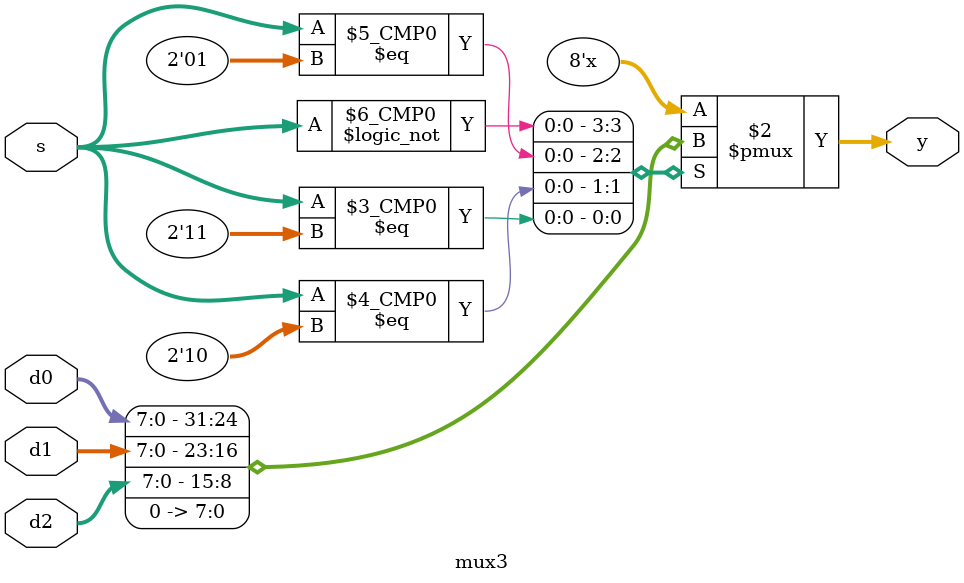
<source format=v>
`timescale 1ns/1ps
`define mydelay 1


`define REGFILE_FF
`ifdef REGFILE_FF

module regfile(input             clk, 
               input             we, 
               input      [4:0]  ra1, ra2, wa, 
               input      [31:0] wd, 
               output reg [31:0] rd1, rd2);

	reg [31:0] R1;
	reg [31:0] R2;
	reg [31:0] R3;
	reg [31:0] R4;
	reg [31:0] R5;
	reg [31:0] R6;
	reg [31:0] R7;
	reg [31:0] R8;
	reg [31:0] R9;
	reg [31:0] R10;
	reg [31:0] R11;
	reg [31:0] R12;
	reg [31:0] R13;
	reg [31:0] R14;
	reg [31:0] R15;
	reg [31:0] R16;
	reg [31:0] R17;
	reg [31:0] R18;
	reg [31:0] R19;
	reg [31:0] R20;
	reg [31:0] R21;
	reg [31:0] R22;
	reg [31:0] R23;
	reg [31:0] R24;
	reg [31:0] R25;
	reg [31:0] R26;
	reg [31:0] R27;
	reg [31:0] R28;
	reg [31:0] R29;
	reg [31:0] R30;
	reg [31:0] R31;

	always @(posedge clk)
	begin
  	 if (we) 
	 begin
   		case (wa[4:0])
   		5'd0:   ;
   		5'd1:   R1  <= wd;
   		5'd2:   R2  <= wd;
   		5'd3:   R3  <= wd;
   		5'd4:   R4  <= wd;
   		5'd5:   R5  <= wd;
   		5'd6:   R6  <= wd;
   		5'd7:   R7  <= wd;
   		5'd8:   R8  <= wd;
   		5'd9:   R9  <= wd;
   		5'd10:  R10 <= wd;
   		5'd11:  R11 <= wd;
   		5'd12:  R12 <= wd;
   		5'd13:  R13 <= wd;
   		5'd14:  R14 <= wd;
   		5'd15:  R15 <= wd;
   		5'd16:  R16 <= wd;
   		5'd17:  R17 <= wd;
   		5'd18:  R18 <= wd;
   		5'd19:  R19 <= wd;
   		5'd20:  R20 <= wd;
   		5'd21:  R21 <= wd;
   		5'd22:  R22 <= wd;
   		5'd23:  R23 <= wd;
   		5'd24:  R24 <= wd;
   		5'd25:  R25 <= wd;
   		5'd26:  R26 <= wd;
   		5'd27:  R27 <= wd;
   		5'd28:  R28 <= wd;
   		5'd29:  R29 <= wd;
   		5'd30:  R30 <= wd;
   		5'd31:  R31 <= wd;
   		endcase
     end
	end

	always @(*)
	begin
		case (ra2[4:0])
		5'd0:   rd2 = 32'b0;
		5'd1:   rd2 = R1;
		5'd2:   rd2 = R2;
		5'd3:   rd2 = R3;
		5'd4:   rd2 = R4;
		5'd5:   rd2 = R5;
		5'd6:   rd2 = R6;
		5'd7:   rd2 = R7;
		5'd8:   rd2 = R8;
		5'd9:   rd2 = R9;
		5'd10:  rd2 = R10;
		5'd11:  rd2 = R11;
		5'd12:  rd2 = R12;
		5'd13:  rd2 = R13;
		5'd14:  rd2 = R14;
		5'd15:  rd2 = R15;
		5'd16:  rd2 = R16;
		5'd17:  rd2 = R17;
		5'd18:  rd2 = R18;
		5'd19:  rd2 = R19;
		5'd20:  rd2 = R20;
		5'd21:  rd2 = R21;
		5'd22:  rd2 = R22;
		5'd23:  rd2 = R23;
		5'd24:  rd2 = R24;
		5'd25:  rd2 = R25;
		5'd26:  rd2 = R26;
		5'd27:  rd2 = R27;
		5'd28:  rd2 = R28;
		5'd29:  rd2 = R29;
		5'd30:  rd2 = R30;
		5'd31:  rd2 = R31;
		endcase
	end

	always @(*)
	begin
		case (ra1[4:0])
		5'd0:   rd1 = 32'b0;
		5'd1:   rd1 = R1;
		5'd2:   rd1 = R2;
		5'd3:   rd1 = R3;
		5'd4:   rd1 = R4;
		5'd5:   rd1 = R5;
		5'd6:   rd1 = R6;
		5'd7:   rd1 = R7;
		5'd8:   rd1 = R8;
		5'd9:   rd1 = R9;
		5'd10:  rd1 = R10;
		5'd11:  rd1 = R11;
		5'd12:  rd1 = R12;
		5'd13:  rd1 = R13;
		5'd14:  rd1 = R14;
		5'd15:  rd1 = R15;
		5'd16:  rd1 = R16;
		5'd17:  rd1 = R17;
		5'd18:  rd1 = R18;
		5'd19:  rd1 = R19;
		5'd20:  rd1 = R20;
		5'd21:  rd1 = R21;
		5'd22:  rd1 = R22;
		5'd23:  rd1 = R23;
		5'd24:  rd1 = R24;
		5'd25:  rd1 = R25;
		5'd26:  rd1 = R26;
		5'd27:  rd1 = R27;
		5'd28:  rd1 = R28;
		5'd29:  rd1 = R29;
		5'd30:  rd1 = R30;
		5'd31:  rd1 = R31;
		endcase
	end

endmodule

`else

module regfile(input         clk, 
               input         we, 
               input  [4:0]  ra1, ra2, wa, 
               input  [31:0] wd, 
               output [31:0] rd1, rd2);

  reg [31:0] rf[31:0];

  // three ported register file
  // read two ports combinationally
  // write third port on rising edge of clock
  // register 0 hardwired to 0

  always @(posedge clk)
    if (we) rf[wa] <= #`mydelay wd;	

  assign #`mydelay rd1 = (ra1 != 0) ? rf[ra1] : 0;
  assign #`mydelay rd2 = (ra2 != 0) ? rf[ra2] : 0;
endmodule

`endif


module alu(input      [31:0] a, b, 
           input      [2:0]  alucont, 
           output reg [31:0] result,
           output            zero);

  wire [31:0] b2, sum, slt, sltu;
  wire        N, Z, C, V;

  assign b2 = alucont[2] ? ~b:b; 

  adder_32bit iadder32 (.a   (a),
			     				.b   (b2),
								.cin (alucont[2]),
								.sum (sum),
								.N   (N),
								.Z   (Z),
								.C   (C),
								.V   (V));

  // signed less than ("N set and V clear" OR "N clear and V set")
  assign slt  = N ^ V ; 

  // unsigned lower (C clear) 
  assign sltu = ~C ;   

  always@(*)
    case(alucont[1:0])
      2'b00: result <= #`mydelay a & b;
      2'b01: result <= #`mydelay a | b;
      2'b10: result <= #`mydelay sum;
      2'b11: result <= #`mydelay slt;
    endcase

  assign #`mydelay zero = (result == 32'b0);

endmodule


module adder_32bit (input  [31:0] a, b, 
                    input         cin,
                    output [31:0] sum,
                    output        N,Z,C,V);

	wire [31:0]  ctmp;

	assign N = sum[31];
	assign Z = (sum == 32'b0);
	assign C = ctmp[31];
	assign V = ctmp[31] ^ ctmp[30];

	adder_1bit bit31 (.a(a[31]), .b(b[31]), .cin(ctmp[30]), .sum(sum[31]), .cout(ctmp[31]));
	adder_1bit bit30 (.a(a[30]), .b(b[30]), .cin(ctmp[29]), .sum(sum[30]), .cout(ctmp[30]));
	adder_1bit bit29 (.a(a[29]), .b(b[29]), .cin(ctmp[28]), .sum(sum[29]), .cout(ctmp[29]));
	adder_1bit bit28 (.a(a[28]), .b(b[28]), .cin(ctmp[27]), .sum(sum[28]), .cout(ctmp[28]));
	adder_1bit bit27 (.a(a[27]), .b(b[27]), .cin(ctmp[26]), .sum(sum[27]), .cout(ctmp[27]));
	adder_1bit bit26 (.a(a[26]), .b(b[26]), .cin(ctmp[25]), .sum(sum[26]), .cout(ctmp[26]));
	adder_1bit bit25 (.a(a[25]), .b(b[25]), .cin(ctmp[24]), .sum(sum[25]), .cout(ctmp[25]));
	adder_1bit bit24 (.a(a[24]), .b(b[24]), .cin(ctmp[23]), .sum(sum[24]), .cout(ctmp[24]));
	adder_1bit bit23 (.a(a[23]), .b(b[23]), .cin(ctmp[22]), .sum(sum[23]), .cout(ctmp[23]));
	adder_1bit bit22 (.a(a[22]), .b(b[22]), .cin(ctmp[21]), .sum(sum[22]), .cout(ctmp[22]));
	adder_1bit bit21 (.a(a[21]), .b(b[21]), .cin(ctmp[20]), .sum(sum[21]), .cout(ctmp[21]));
	adder_1bit bit20 (.a(a[20]), .b(b[20]), .cin(ctmp[19]), .sum(sum[20]), .cout(ctmp[20]));
	adder_1bit bit19 (.a(a[19]), .b(b[19]), .cin(ctmp[18]), .sum(sum[19]), .cout(ctmp[19]));
	adder_1bit bit18 (.a(a[18]), .b(b[18]), .cin(ctmp[17]), .sum(sum[18]), .cout(ctmp[18]));
	adder_1bit bit17 (.a(a[17]), .b(b[17]), .cin(ctmp[16]), .sum(sum[17]), .cout(ctmp[17]));
	adder_1bit bit16 (.a(a[16]), .b(b[16]), .cin(ctmp[15]), .sum(sum[16]), .cout(ctmp[16]));
	adder_1bit bit15 (.a(a[15]), .b(b[15]), .cin(ctmp[14]), .sum(sum[15]), .cout(ctmp[15]));
	adder_1bit bit14 (.a(a[14]), .b(b[14]), .cin(ctmp[13]), .sum(sum[14]), .cout(ctmp[14]));
	adder_1bit bit13 (.a(a[13]), .b(b[13]), .cin(ctmp[12]), .sum(sum[13]), .cout(ctmp[13]));
	adder_1bit bit12 (.a(a[12]), .b(b[12]), .cin(ctmp[11]), .sum(sum[12]), .cout(ctmp[12]));
	adder_1bit bit11 (.a(a[11]), .b(b[11]), .cin(ctmp[10]), .sum(sum[11]), .cout(ctmp[11]));
	adder_1bit bit10 (.a(a[10]), .b(b[10]), .cin(ctmp[9]),  .sum(sum[10]), .cout(ctmp[10]));
	adder_1bit bit9  (.a(a[9]),  .b(b[9]),  .cin(ctmp[8]),  .sum(sum[9]),  .cout(ctmp[9]));
	adder_1bit bit8  (.a(a[8]),  .b(b[8]),  .cin(ctmp[7]),  .sum(sum[8]),  .cout(ctmp[8]));
	adder_1bit bit7  (.a(a[7]),  .b(b[7]),  .cin(ctmp[6]),  .sum(sum[7]),  .cout(ctmp[7]));
	adder_1bit bit6  (.a(a[6]),  .b(b[6]),  .cin(ctmp[5]),  .sum(sum[6]),  .cout(ctmp[6]));
	adder_1bit bit5  (.a(a[5]),  .b(b[5]),  .cin(ctmp[4]),  .sum(sum[5]),  .cout(ctmp[5]));
	adder_1bit bit4  (.a(a[4]),  .b(b[4]),  .cin(ctmp[3]),  .sum(sum[4]),  .cout(ctmp[4]));
	adder_1bit bit3  (.a(a[3]),  .b(b[3]),  .cin(ctmp[2]),  .sum(sum[3]),  .cout(ctmp[3]));
	adder_1bit bit2  (.a(a[2]),  .b(b[2]),  .cin(ctmp[1]),  .sum(sum[2]),  .cout(ctmp[2]));
	adder_1bit bit1  (.a(a[1]),  .b(b[1]),  .cin(ctmp[0]),  .sum(sum[1]),  .cout(ctmp[1]));
	adder_1bit bit0  (.a(a[0]),  .b(b[0]),  .cin(cin),      .sum(sum[0]),  .cout(ctmp[0]));

endmodule


module adder_1bit (input a, b, cin,
                   output sum, cout);

  assign sum  = a ^ b ^ cin;
  assign cout = (a & b) | (a & cin) | (b & cin);

endmodule


module adder(input [31:0] a, b,
             output [31:0] y);

  assign #`mydelay y = a + b;
endmodule



module sl2(input  [31:0] a,
           output [31:0] y);

  // shift left by 2
  assign #`mydelay y = {a[29:0], 2'b00};
endmodule



module sign_zero_ext(input      [15:0] a,
                     input             signext,
                     output reg [31:0] y);
              
   always @(*)
	begin
	   if (signext)  y <= {{16{a[15]}}, a[15:0]};
	   else          y <= {16'b0, a[15:0]};
	end

endmodule



module shift_left_16(input      [31:0] a,
		               input         shiftl16,
                     output reg [31:0] y);

   always @(*)
	begin
	   if (shiftl16) y = {a[15:0],16'b0};
	   else          y = a[31:0];
	end
              
endmodule



module flopr #(parameter WIDTH = 8)
              (input                  clk, reset,
               input      [WIDTH-1:0] d, 
               output reg [WIDTH-1:0] q);

  always @(posedge clk, posedge reset)
    if (reset) q <= #`mydelay 0;
    else       q <= #`mydelay d;

endmodule



module flopenr #(parameter WIDTH = 8)
                (input                  clk, reset,
                 input                  en,
                 input      [WIDTH-1:0] d, 
                 output reg [WIDTH-1:0] q);
 
  always @(posedge clk, posedge reset)
    if      (reset) q <= #`mydelay 0;
    else if (en)    q <= #`mydelay d;

endmodule



module mux2 #(parameter WIDTH = 8)
             (input  [WIDTH-1:0] d0, d1, 
              input              s, 
              output [WIDTH-1:0] y);

  assign #`mydelay y = s ? d1 : d0; 

endmodule


// ##### Nokyung Park: Start #####

module mux3 #(parameter WIDTH = 8)(
			input	[WIDTH-1:0] d0, d1, d2,
			input	[1:0] s,
			output reg [WIDTH-1:0] y);
			
	always @(*)
		case(s[1:0])
			2'b00: y <= #`mydelay d0;
			2'b01: y <= #`mydelay d1;
			2'b10: y <= #`mydelay d2;
			2'b11: y <= #`mydelay 0;
		endcase
endmodule

// ##### Nokyung Park: End #####
</source>
